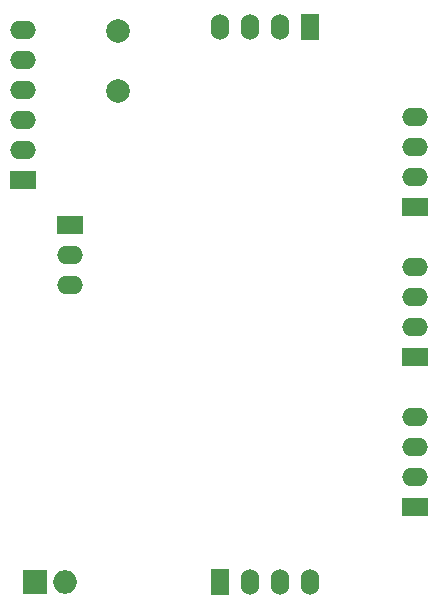
<source format=gbs>
G04 (created by PCBNEW (2013-mar-13)-testing) date Tue 02 Jul 2013 08:12:50 AM CEST*
%MOIN*%
G04 Gerber Fmt 3.4, Leading zero omitted, Abs format*
%FSLAX34Y34*%
G01*
G70*
G90*
G04 APERTURE LIST*
%ADD10C,0.006*%
%ADD11R,0.0866X0.06*%
%ADD12O,0.0866X0.06*%
%ADD13R,0.06X0.0866*%
%ADD14O,0.06X0.0866*%
%ADD15C,0.0787*%
%ADD16O,0.0787X0.0787*%
%ADD17R,0.0787X0.0787*%
G04 APERTURE END LIST*
G54D10*
G54D11*
X38750Y-36000D03*
G54D12*
X38750Y-35000D03*
X38750Y-34000D03*
X38750Y-33000D03*
G54D11*
X38750Y-31000D03*
G54D12*
X38750Y-30000D03*
X38750Y-29000D03*
X38750Y-28000D03*
G54D13*
X35250Y-25000D03*
G54D14*
X34250Y-25000D03*
X33250Y-25000D03*
X32250Y-25000D03*
G54D11*
X38750Y-41000D03*
G54D12*
X38750Y-40000D03*
X38750Y-39000D03*
X38750Y-38000D03*
G54D13*
X32250Y-43500D03*
G54D14*
X33250Y-43500D03*
X34250Y-43500D03*
X35250Y-43500D03*
G54D11*
X27244Y-31598D03*
G54D12*
X27244Y-32598D03*
X27244Y-33598D03*
G54D11*
X25700Y-30100D03*
G54D12*
X25700Y-29100D03*
X25700Y-28100D03*
X25700Y-27100D03*
X25700Y-26100D03*
X25700Y-25100D03*
G54D15*
X28858Y-27102D03*
X28858Y-25102D03*
G54D16*
X27100Y-43500D03*
G54D17*
X26100Y-43500D03*
M02*

</source>
